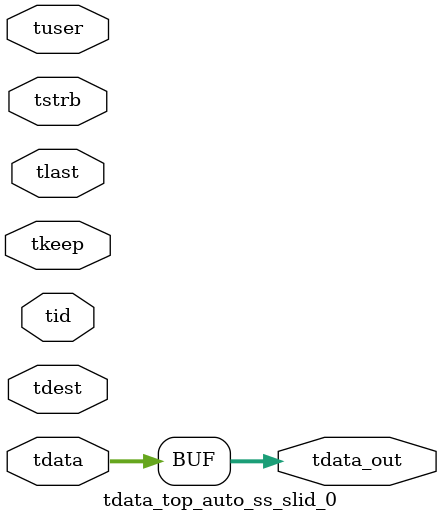
<source format=v>


`timescale 1ps/1ps

module tdata_top_auto_ss_slid_0 #
(
parameter C_S_AXIS_TDATA_WIDTH = 32,
parameter C_S_AXIS_TUSER_WIDTH = 0,
parameter C_S_AXIS_TID_WIDTH   = 0,
parameter C_S_AXIS_TDEST_WIDTH = 0,
parameter C_M_AXIS_TDATA_WIDTH = 32
)
(
input  [(C_S_AXIS_TDATA_WIDTH == 0 ? 1 : C_S_AXIS_TDATA_WIDTH)-1:0     ] tdata,
input  [(C_S_AXIS_TUSER_WIDTH == 0 ? 1 : C_S_AXIS_TUSER_WIDTH)-1:0     ] tuser,
input  [(C_S_AXIS_TID_WIDTH   == 0 ? 1 : C_S_AXIS_TID_WIDTH)-1:0       ] tid,
input  [(C_S_AXIS_TDEST_WIDTH == 0 ? 1 : C_S_AXIS_TDEST_WIDTH)-1:0     ] tdest,
input  [(C_S_AXIS_TDATA_WIDTH/8)-1:0 ] tkeep,
input  [(C_S_AXIS_TDATA_WIDTH/8)-1:0 ] tstrb,
input                                                                    tlast,
output [C_M_AXIS_TDATA_WIDTH-1:0] tdata_out
);

assign tdata_out = {tdata[31:0]};

endmodule


</source>
